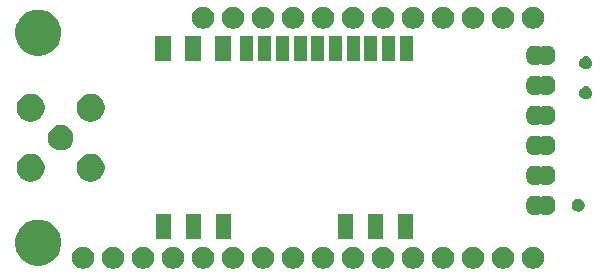
<source format=gbr>
G04 #@! TF.GenerationSoftware,KiCad,Pcbnew,(5.1.0-0)*
G04 #@! TF.CreationDate,2019-05-27T18:32:18+02:00*
G04 #@! TF.ProjectId,huzzah-cc112x-shield,68757a7a-6168-42d6-9363-313132782d73,1*
G04 #@! TF.SameCoordinates,Original*
G04 #@! TF.FileFunction,Soldermask,Top*
G04 #@! TF.FilePolarity,Negative*
%FSLAX46Y46*%
G04 Gerber Fmt 4.6, Leading zero omitted, Abs format (unit mm)*
G04 Created by KiCad (PCBNEW (5.1.0-0)) date 2019-05-27 18:32:18*
%MOMM*%
%LPD*%
G04 APERTURE LIST*
%ADD10C,0.100000*%
G04 APERTURE END LIST*
D10*
G36*
X58059187Y-34021123D02*
G01*
X58230255Y-34091982D01*
X58230257Y-34091983D01*
X58307758Y-34143768D01*
X58384214Y-34194854D01*
X58515146Y-34325786D01*
X58618018Y-34479745D01*
X58688877Y-34650813D01*
X58725000Y-34832417D01*
X58725000Y-35017583D01*
X58688877Y-35199187D01*
X58618018Y-35370255D01*
X58618017Y-35370257D01*
X58515145Y-35524215D01*
X58384215Y-35655145D01*
X58230257Y-35758017D01*
X58230256Y-35758018D01*
X58230255Y-35758018D01*
X58059187Y-35828877D01*
X57877583Y-35865000D01*
X57692417Y-35865000D01*
X57510813Y-35828877D01*
X57339745Y-35758018D01*
X57339744Y-35758018D01*
X57339743Y-35758017D01*
X57185785Y-35655145D01*
X57054855Y-35524215D01*
X56951983Y-35370257D01*
X56951982Y-35370255D01*
X56881123Y-35199187D01*
X56845000Y-35017583D01*
X56845000Y-34832417D01*
X56881123Y-34650813D01*
X56951982Y-34479745D01*
X57054854Y-34325786D01*
X57185786Y-34194854D01*
X57262242Y-34143768D01*
X57339743Y-34091983D01*
X57339745Y-34091982D01*
X57510813Y-34021123D01*
X57692417Y-33985000D01*
X57877583Y-33985000D01*
X58059187Y-34021123D01*
X58059187Y-34021123D01*
G37*
G36*
X55519187Y-34021123D02*
G01*
X55690255Y-34091982D01*
X55690257Y-34091983D01*
X55767758Y-34143768D01*
X55844214Y-34194854D01*
X55975146Y-34325786D01*
X56078018Y-34479745D01*
X56148877Y-34650813D01*
X56185000Y-34832417D01*
X56185000Y-35017583D01*
X56148877Y-35199187D01*
X56078018Y-35370255D01*
X56078017Y-35370257D01*
X55975145Y-35524215D01*
X55844215Y-35655145D01*
X55690257Y-35758017D01*
X55690256Y-35758018D01*
X55690255Y-35758018D01*
X55519187Y-35828877D01*
X55337583Y-35865000D01*
X55152417Y-35865000D01*
X54970813Y-35828877D01*
X54799745Y-35758018D01*
X54799744Y-35758018D01*
X54799743Y-35758017D01*
X54645785Y-35655145D01*
X54514855Y-35524215D01*
X54411983Y-35370257D01*
X54411982Y-35370255D01*
X54341123Y-35199187D01*
X54305000Y-35017583D01*
X54305000Y-34832417D01*
X54341123Y-34650813D01*
X54411982Y-34479745D01*
X54514854Y-34325786D01*
X54645786Y-34194854D01*
X54722242Y-34143768D01*
X54799743Y-34091983D01*
X54799745Y-34091982D01*
X54970813Y-34021123D01*
X55152417Y-33985000D01*
X55337583Y-33985000D01*
X55519187Y-34021123D01*
X55519187Y-34021123D01*
G37*
G36*
X52979187Y-34021123D02*
G01*
X53150255Y-34091982D01*
X53150257Y-34091983D01*
X53227758Y-34143768D01*
X53304214Y-34194854D01*
X53435146Y-34325786D01*
X53538018Y-34479745D01*
X53608877Y-34650813D01*
X53645000Y-34832417D01*
X53645000Y-35017583D01*
X53608877Y-35199187D01*
X53538018Y-35370255D01*
X53538017Y-35370257D01*
X53435145Y-35524215D01*
X53304215Y-35655145D01*
X53150257Y-35758017D01*
X53150256Y-35758018D01*
X53150255Y-35758018D01*
X52979187Y-35828877D01*
X52797583Y-35865000D01*
X52612417Y-35865000D01*
X52430813Y-35828877D01*
X52259745Y-35758018D01*
X52259744Y-35758018D01*
X52259743Y-35758017D01*
X52105785Y-35655145D01*
X51974855Y-35524215D01*
X51871983Y-35370257D01*
X51871982Y-35370255D01*
X51801123Y-35199187D01*
X51765000Y-35017583D01*
X51765000Y-34832417D01*
X51801123Y-34650813D01*
X51871982Y-34479745D01*
X51974854Y-34325786D01*
X52105786Y-34194854D01*
X52182242Y-34143768D01*
X52259743Y-34091983D01*
X52259745Y-34091982D01*
X52430813Y-34021123D01*
X52612417Y-33985000D01*
X52797583Y-33985000D01*
X52979187Y-34021123D01*
X52979187Y-34021123D01*
G37*
G36*
X50439187Y-34021123D02*
G01*
X50610255Y-34091982D01*
X50610257Y-34091983D01*
X50687758Y-34143768D01*
X50764214Y-34194854D01*
X50895146Y-34325786D01*
X50998018Y-34479745D01*
X51068877Y-34650813D01*
X51105000Y-34832417D01*
X51105000Y-35017583D01*
X51068877Y-35199187D01*
X50998018Y-35370255D01*
X50998017Y-35370257D01*
X50895145Y-35524215D01*
X50764215Y-35655145D01*
X50610257Y-35758017D01*
X50610256Y-35758018D01*
X50610255Y-35758018D01*
X50439187Y-35828877D01*
X50257583Y-35865000D01*
X50072417Y-35865000D01*
X49890813Y-35828877D01*
X49719745Y-35758018D01*
X49719744Y-35758018D01*
X49719743Y-35758017D01*
X49565785Y-35655145D01*
X49434855Y-35524215D01*
X49331983Y-35370257D01*
X49331982Y-35370255D01*
X49261123Y-35199187D01*
X49225000Y-35017583D01*
X49225000Y-34832417D01*
X49261123Y-34650813D01*
X49331982Y-34479745D01*
X49434854Y-34325786D01*
X49565786Y-34194854D01*
X49642242Y-34143768D01*
X49719743Y-34091983D01*
X49719745Y-34091982D01*
X49890813Y-34021123D01*
X50072417Y-33985000D01*
X50257583Y-33985000D01*
X50439187Y-34021123D01*
X50439187Y-34021123D01*
G37*
G36*
X47899187Y-34021123D02*
G01*
X48070255Y-34091982D01*
X48070257Y-34091983D01*
X48147758Y-34143768D01*
X48224214Y-34194854D01*
X48355146Y-34325786D01*
X48458018Y-34479745D01*
X48528877Y-34650813D01*
X48565000Y-34832417D01*
X48565000Y-35017583D01*
X48528877Y-35199187D01*
X48458018Y-35370255D01*
X48458017Y-35370257D01*
X48355145Y-35524215D01*
X48224215Y-35655145D01*
X48070257Y-35758017D01*
X48070256Y-35758018D01*
X48070255Y-35758018D01*
X47899187Y-35828877D01*
X47717583Y-35865000D01*
X47532417Y-35865000D01*
X47350813Y-35828877D01*
X47179745Y-35758018D01*
X47179744Y-35758018D01*
X47179743Y-35758017D01*
X47025785Y-35655145D01*
X46894855Y-35524215D01*
X46791983Y-35370257D01*
X46791982Y-35370255D01*
X46721123Y-35199187D01*
X46685000Y-35017583D01*
X46685000Y-34832417D01*
X46721123Y-34650813D01*
X46791982Y-34479745D01*
X46894854Y-34325786D01*
X47025786Y-34194854D01*
X47102242Y-34143768D01*
X47179743Y-34091983D01*
X47179745Y-34091982D01*
X47350813Y-34021123D01*
X47532417Y-33985000D01*
X47717583Y-33985000D01*
X47899187Y-34021123D01*
X47899187Y-34021123D01*
G37*
G36*
X45359187Y-34021123D02*
G01*
X45530255Y-34091982D01*
X45530257Y-34091983D01*
X45607758Y-34143768D01*
X45684214Y-34194854D01*
X45815146Y-34325786D01*
X45918018Y-34479745D01*
X45988877Y-34650813D01*
X46025000Y-34832417D01*
X46025000Y-35017583D01*
X45988877Y-35199187D01*
X45918018Y-35370255D01*
X45918017Y-35370257D01*
X45815145Y-35524215D01*
X45684215Y-35655145D01*
X45530257Y-35758017D01*
X45530256Y-35758018D01*
X45530255Y-35758018D01*
X45359187Y-35828877D01*
X45177583Y-35865000D01*
X44992417Y-35865000D01*
X44810813Y-35828877D01*
X44639745Y-35758018D01*
X44639744Y-35758018D01*
X44639743Y-35758017D01*
X44485785Y-35655145D01*
X44354855Y-35524215D01*
X44251983Y-35370257D01*
X44251982Y-35370255D01*
X44181123Y-35199187D01*
X44145000Y-35017583D01*
X44145000Y-34832417D01*
X44181123Y-34650813D01*
X44251982Y-34479745D01*
X44354854Y-34325786D01*
X44485786Y-34194854D01*
X44562242Y-34143768D01*
X44639743Y-34091983D01*
X44639745Y-34091982D01*
X44810813Y-34021123D01*
X44992417Y-33985000D01*
X45177583Y-33985000D01*
X45359187Y-34021123D01*
X45359187Y-34021123D01*
G37*
G36*
X42819187Y-34021123D02*
G01*
X42990255Y-34091982D01*
X42990257Y-34091983D01*
X43067758Y-34143768D01*
X43144214Y-34194854D01*
X43275146Y-34325786D01*
X43378018Y-34479745D01*
X43448877Y-34650813D01*
X43485000Y-34832417D01*
X43485000Y-35017583D01*
X43448877Y-35199187D01*
X43378018Y-35370255D01*
X43378017Y-35370257D01*
X43275145Y-35524215D01*
X43144215Y-35655145D01*
X42990257Y-35758017D01*
X42990256Y-35758018D01*
X42990255Y-35758018D01*
X42819187Y-35828877D01*
X42637583Y-35865000D01*
X42452417Y-35865000D01*
X42270813Y-35828877D01*
X42099745Y-35758018D01*
X42099744Y-35758018D01*
X42099743Y-35758017D01*
X41945785Y-35655145D01*
X41814855Y-35524215D01*
X41711983Y-35370257D01*
X41711982Y-35370255D01*
X41641123Y-35199187D01*
X41605000Y-35017583D01*
X41605000Y-34832417D01*
X41641123Y-34650813D01*
X41711982Y-34479745D01*
X41814854Y-34325786D01*
X41945786Y-34194854D01*
X42022242Y-34143768D01*
X42099743Y-34091983D01*
X42099745Y-34091982D01*
X42270813Y-34021123D01*
X42452417Y-33985000D01*
X42637583Y-33985000D01*
X42819187Y-34021123D01*
X42819187Y-34021123D01*
G37*
G36*
X40279187Y-34021123D02*
G01*
X40450255Y-34091982D01*
X40450257Y-34091983D01*
X40527758Y-34143768D01*
X40604214Y-34194854D01*
X40735146Y-34325786D01*
X40838018Y-34479745D01*
X40908877Y-34650813D01*
X40945000Y-34832417D01*
X40945000Y-35017583D01*
X40908877Y-35199187D01*
X40838018Y-35370255D01*
X40838017Y-35370257D01*
X40735145Y-35524215D01*
X40604215Y-35655145D01*
X40450257Y-35758017D01*
X40450256Y-35758018D01*
X40450255Y-35758018D01*
X40279187Y-35828877D01*
X40097583Y-35865000D01*
X39912417Y-35865000D01*
X39730813Y-35828877D01*
X39559745Y-35758018D01*
X39559744Y-35758018D01*
X39559743Y-35758017D01*
X39405785Y-35655145D01*
X39274855Y-35524215D01*
X39171983Y-35370257D01*
X39171982Y-35370255D01*
X39101123Y-35199187D01*
X39065000Y-35017583D01*
X39065000Y-34832417D01*
X39101123Y-34650813D01*
X39171982Y-34479745D01*
X39274854Y-34325786D01*
X39405786Y-34194854D01*
X39482242Y-34143768D01*
X39559743Y-34091983D01*
X39559745Y-34091982D01*
X39730813Y-34021123D01*
X39912417Y-33985000D01*
X40097583Y-33985000D01*
X40279187Y-34021123D01*
X40279187Y-34021123D01*
G37*
G36*
X37739187Y-34021123D02*
G01*
X37910255Y-34091982D01*
X37910257Y-34091983D01*
X37987758Y-34143768D01*
X38064214Y-34194854D01*
X38195146Y-34325786D01*
X38298018Y-34479745D01*
X38368877Y-34650813D01*
X38405000Y-34832417D01*
X38405000Y-35017583D01*
X38368877Y-35199187D01*
X38298018Y-35370255D01*
X38298017Y-35370257D01*
X38195145Y-35524215D01*
X38064215Y-35655145D01*
X37910257Y-35758017D01*
X37910256Y-35758018D01*
X37910255Y-35758018D01*
X37739187Y-35828877D01*
X37557583Y-35865000D01*
X37372417Y-35865000D01*
X37190813Y-35828877D01*
X37019745Y-35758018D01*
X37019744Y-35758018D01*
X37019743Y-35758017D01*
X36865785Y-35655145D01*
X36734855Y-35524215D01*
X36631983Y-35370257D01*
X36631982Y-35370255D01*
X36561123Y-35199187D01*
X36525000Y-35017583D01*
X36525000Y-34832417D01*
X36561123Y-34650813D01*
X36631982Y-34479745D01*
X36734854Y-34325786D01*
X36865786Y-34194854D01*
X36942242Y-34143768D01*
X37019743Y-34091983D01*
X37019745Y-34091982D01*
X37190813Y-34021123D01*
X37372417Y-33985000D01*
X37557583Y-33985000D01*
X37739187Y-34021123D01*
X37739187Y-34021123D01*
G37*
G36*
X35199187Y-34021123D02*
G01*
X35370255Y-34091982D01*
X35370257Y-34091983D01*
X35447758Y-34143768D01*
X35524214Y-34194854D01*
X35655146Y-34325786D01*
X35758018Y-34479745D01*
X35828877Y-34650813D01*
X35865000Y-34832417D01*
X35865000Y-35017583D01*
X35828877Y-35199187D01*
X35758018Y-35370255D01*
X35758017Y-35370257D01*
X35655145Y-35524215D01*
X35524215Y-35655145D01*
X35370257Y-35758017D01*
X35370256Y-35758018D01*
X35370255Y-35758018D01*
X35199187Y-35828877D01*
X35017583Y-35865000D01*
X34832417Y-35865000D01*
X34650813Y-35828877D01*
X34479745Y-35758018D01*
X34479744Y-35758018D01*
X34479743Y-35758017D01*
X34325785Y-35655145D01*
X34194855Y-35524215D01*
X34091983Y-35370257D01*
X34091982Y-35370255D01*
X34021123Y-35199187D01*
X33985000Y-35017583D01*
X33985000Y-34832417D01*
X34021123Y-34650813D01*
X34091982Y-34479745D01*
X34194854Y-34325786D01*
X34325786Y-34194854D01*
X34402242Y-34143768D01*
X34479743Y-34091983D01*
X34479745Y-34091982D01*
X34650813Y-34021123D01*
X34832417Y-33985000D01*
X35017583Y-33985000D01*
X35199187Y-34021123D01*
X35199187Y-34021123D01*
G37*
G36*
X32659187Y-34021123D02*
G01*
X32830255Y-34091982D01*
X32830257Y-34091983D01*
X32907758Y-34143768D01*
X32984214Y-34194854D01*
X33115146Y-34325786D01*
X33218018Y-34479745D01*
X33288877Y-34650813D01*
X33325000Y-34832417D01*
X33325000Y-35017583D01*
X33288877Y-35199187D01*
X33218018Y-35370255D01*
X33218017Y-35370257D01*
X33115145Y-35524215D01*
X32984215Y-35655145D01*
X32830257Y-35758017D01*
X32830256Y-35758018D01*
X32830255Y-35758018D01*
X32659187Y-35828877D01*
X32477583Y-35865000D01*
X32292417Y-35865000D01*
X32110813Y-35828877D01*
X31939745Y-35758018D01*
X31939744Y-35758018D01*
X31939743Y-35758017D01*
X31785785Y-35655145D01*
X31654855Y-35524215D01*
X31551983Y-35370257D01*
X31551982Y-35370255D01*
X31481123Y-35199187D01*
X31445000Y-35017583D01*
X31445000Y-34832417D01*
X31481123Y-34650813D01*
X31551982Y-34479745D01*
X31654854Y-34325786D01*
X31785786Y-34194854D01*
X31862242Y-34143768D01*
X31939743Y-34091983D01*
X31939745Y-34091982D01*
X32110813Y-34021123D01*
X32292417Y-33985000D01*
X32477583Y-33985000D01*
X32659187Y-34021123D01*
X32659187Y-34021123D01*
G37*
G36*
X30119187Y-34021123D02*
G01*
X30290255Y-34091982D01*
X30290257Y-34091983D01*
X30367758Y-34143768D01*
X30444214Y-34194854D01*
X30575146Y-34325786D01*
X30678018Y-34479745D01*
X30748877Y-34650813D01*
X30785000Y-34832417D01*
X30785000Y-35017583D01*
X30748877Y-35199187D01*
X30678018Y-35370255D01*
X30678017Y-35370257D01*
X30575145Y-35524215D01*
X30444215Y-35655145D01*
X30290257Y-35758017D01*
X30290256Y-35758018D01*
X30290255Y-35758018D01*
X30119187Y-35828877D01*
X29937583Y-35865000D01*
X29752417Y-35865000D01*
X29570813Y-35828877D01*
X29399745Y-35758018D01*
X29399744Y-35758018D01*
X29399743Y-35758017D01*
X29245785Y-35655145D01*
X29114855Y-35524215D01*
X29011983Y-35370257D01*
X29011982Y-35370255D01*
X28941123Y-35199187D01*
X28905000Y-35017583D01*
X28905000Y-34832417D01*
X28941123Y-34650813D01*
X29011982Y-34479745D01*
X29114854Y-34325786D01*
X29245786Y-34194854D01*
X29322242Y-34143768D01*
X29399743Y-34091983D01*
X29399745Y-34091982D01*
X29570813Y-34021123D01*
X29752417Y-33985000D01*
X29937583Y-33985000D01*
X30119187Y-34021123D01*
X30119187Y-34021123D01*
G37*
G36*
X27579187Y-34021123D02*
G01*
X27750255Y-34091982D01*
X27750257Y-34091983D01*
X27827758Y-34143768D01*
X27904214Y-34194854D01*
X28035146Y-34325786D01*
X28138018Y-34479745D01*
X28208877Y-34650813D01*
X28245000Y-34832417D01*
X28245000Y-35017583D01*
X28208877Y-35199187D01*
X28138018Y-35370255D01*
X28138017Y-35370257D01*
X28035145Y-35524215D01*
X27904215Y-35655145D01*
X27750257Y-35758017D01*
X27750256Y-35758018D01*
X27750255Y-35758018D01*
X27579187Y-35828877D01*
X27397583Y-35865000D01*
X27212417Y-35865000D01*
X27030813Y-35828877D01*
X26859745Y-35758018D01*
X26859744Y-35758018D01*
X26859743Y-35758017D01*
X26705785Y-35655145D01*
X26574855Y-35524215D01*
X26471983Y-35370257D01*
X26471982Y-35370255D01*
X26401123Y-35199187D01*
X26365000Y-35017583D01*
X26365000Y-34832417D01*
X26401123Y-34650813D01*
X26471982Y-34479745D01*
X26574854Y-34325786D01*
X26705786Y-34194854D01*
X26782242Y-34143768D01*
X26859743Y-34091983D01*
X26859745Y-34091982D01*
X27030813Y-34021123D01*
X27212417Y-33985000D01*
X27397583Y-33985000D01*
X27579187Y-34021123D01*
X27579187Y-34021123D01*
G37*
G36*
X25039187Y-34021123D02*
G01*
X25210255Y-34091982D01*
X25210257Y-34091983D01*
X25287758Y-34143768D01*
X25364214Y-34194854D01*
X25495146Y-34325786D01*
X25598018Y-34479745D01*
X25668877Y-34650813D01*
X25705000Y-34832417D01*
X25705000Y-35017583D01*
X25668877Y-35199187D01*
X25598018Y-35370255D01*
X25598017Y-35370257D01*
X25495145Y-35524215D01*
X25364215Y-35655145D01*
X25210257Y-35758017D01*
X25210256Y-35758018D01*
X25210255Y-35758018D01*
X25039187Y-35828877D01*
X24857583Y-35865000D01*
X24672417Y-35865000D01*
X24490813Y-35828877D01*
X24319745Y-35758018D01*
X24319744Y-35758018D01*
X24319743Y-35758017D01*
X24165785Y-35655145D01*
X24034855Y-35524215D01*
X23931983Y-35370257D01*
X23931982Y-35370255D01*
X23861123Y-35199187D01*
X23825000Y-35017583D01*
X23825000Y-34832417D01*
X23861123Y-34650813D01*
X23931982Y-34479745D01*
X24034854Y-34325786D01*
X24165786Y-34194854D01*
X24242242Y-34143768D01*
X24319743Y-34091983D01*
X24319745Y-34091982D01*
X24490813Y-34021123D01*
X24672417Y-33985000D01*
X24857583Y-33985000D01*
X25039187Y-34021123D01*
X25039187Y-34021123D01*
G37*
G36*
X22499187Y-34021123D02*
G01*
X22670255Y-34091982D01*
X22670257Y-34091983D01*
X22747758Y-34143768D01*
X22824214Y-34194854D01*
X22955146Y-34325786D01*
X23058018Y-34479745D01*
X23128877Y-34650813D01*
X23165000Y-34832417D01*
X23165000Y-35017583D01*
X23128877Y-35199187D01*
X23058018Y-35370255D01*
X23058017Y-35370257D01*
X22955145Y-35524215D01*
X22824215Y-35655145D01*
X22670257Y-35758017D01*
X22670256Y-35758018D01*
X22670255Y-35758018D01*
X22499187Y-35828877D01*
X22317583Y-35865000D01*
X22132417Y-35865000D01*
X21950813Y-35828877D01*
X21779745Y-35758018D01*
X21779744Y-35758018D01*
X21779743Y-35758017D01*
X21625785Y-35655145D01*
X21494855Y-35524215D01*
X21391983Y-35370257D01*
X21391982Y-35370255D01*
X21321123Y-35199187D01*
X21285000Y-35017583D01*
X21285000Y-34832417D01*
X21321123Y-34650813D01*
X21391982Y-34479745D01*
X21494854Y-34325786D01*
X21625786Y-34194854D01*
X21702242Y-34143768D01*
X21779743Y-34091983D01*
X21779745Y-34091982D01*
X21950813Y-34021123D01*
X22132417Y-33985000D01*
X22317583Y-33985000D01*
X22499187Y-34021123D01*
X22499187Y-34021123D01*
G37*
G36*
X19959187Y-34021123D02*
G01*
X20130255Y-34091982D01*
X20130257Y-34091983D01*
X20207758Y-34143768D01*
X20284214Y-34194854D01*
X20415146Y-34325786D01*
X20518018Y-34479745D01*
X20588877Y-34650813D01*
X20625000Y-34832417D01*
X20625000Y-35017583D01*
X20588877Y-35199187D01*
X20518018Y-35370255D01*
X20518017Y-35370257D01*
X20415145Y-35524215D01*
X20284215Y-35655145D01*
X20130257Y-35758017D01*
X20130256Y-35758018D01*
X20130255Y-35758018D01*
X19959187Y-35828877D01*
X19777583Y-35865000D01*
X19592417Y-35865000D01*
X19410813Y-35828877D01*
X19239745Y-35758018D01*
X19239744Y-35758018D01*
X19239743Y-35758017D01*
X19085785Y-35655145D01*
X18954855Y-35524215D01*
X18851983Y-35370257D01*
X18851982Y-35370255D01*
X18781123Y-35199187D01*
X18745000Y-35017583D01*
X18745000Y-34832417D01*
X18781123Y-34650813D01*
X18851982Y-34479745D01*
X18954854Y-34325786D01*
X19085786Y-34194854D01*
X19162242Y-34143768D01*
X19239743Y-34091983D01*
X19239745Y-34091982D01*
X19410813Y-34021123D01*
X19592417Y-33985000D01*
X19777583Y-33985000D01*
X19959187Y-34021123D01*
X19959187Y-34021123D01*
G37*
G36*
X16319579Y-31749112D02*
G01*
X16445544Y-31774168D01*
X16592991Y-31835243D01*
X16801512Y-31921615D01*
X16801513Y-31921616D01*
X17121877Y-32135676D01*
X17394324Y-32408123D01*
X17537355Y-32622184D01*
X17608385Y-32728488D01*
X17694757Y-32937009D01*
X17755832Y-33084456D01*
X17831000Y-33462351D01*
X17831000Y-33847649D01*
X17755832Y-34225544D01*
X17714310Y-34325786D01*
X17608385Y-34581512D01*
X17608384Y-34581513D01*
X17394324Y-34901877D01*
X17121877Y-35174324D01*
X17084665Y-35199188D01*
X16801512Y-35388385D01*
X16592991Y-35474757D01*
X16445544Y-35535832D01*
X16319579Y-35560888D01*
X16067651Y-35611000D01*
X15682349Y-35611000D01*
X15430421Y-35560888D01*
X15304456Y-35535832D01*
X15157009Y-35474757D01*
X14948488Y-35388385D01*
X14665335Y-35199188D01*
X14628123Y-35174324D01*
X14355676Y-34901877D01*
X14141616Y-34581513D01*
X14141615Y-34581512D01*
X14035690Y-34325786D01*
X13994168Y-34225544D01*
X13919000Y-33847649D01*
X13919000Y-33462351D01*
X13994168Y-33084456D01*
X14055243Y-32937009D01*
X14141615Y-32728488D01*
X14212645Y-32622184D01*
X14355676Y-32408123D01*
X14628123Y-32135676D01*
X14948487Y-31921616D01*
X14948488Y-31921615D01*
X15157009Y-31835243D01*
X15304456Y-31774168D01*
X15430421Y-31749112D01*
X15682349Y-31699000D01*
X16067651Y-31699000D01*
X16319579Y-31749112D01*
X16319579Y-31749112D01*
G37*
G36*
X42551000Y-33301000D02*
G01*
X41249000Y-33301000D01*
X41249000Y-31199000D01*
X42551000Y-31199000D01*
X42551000Y-33301000D01*
X42551000Y-33301000D01*
G37*
G36*
X45091000Y-33301000D02*
G01*
X43789000Y-33301000D01*
X43789000Y-31199000D01*
X45091000Y-31199000D01*
X45091000Y-33301000D01*
X45091000Y-33301000D01*
G37*
G36*
X47631000Y-33301000D02*
G01*
X46329000Y-33301000D01*
X46329000Y-31199000D01*
X47631000Y-31199000D01*
X47631000Y-33301000D01*
X47631000Y-33301000D01*
G37*
G36*
X32211000Y-33301000D02*
G01*
X30909000Y-33301000D01*
X30909000Y-31199000D01*
X32211000Y-31199000D01*
X32211000Y-33301000D01*
X32211000Y-33301000D01*
G37*
G36*
X29671000Y-33301000D02*
G01*
X28369000Y-33301000D01*
X28369000Y-31199000D01*
X29671000Y-31199000D01*
X29671000Y-33301000D01*
X29671000Y-33301000D01*
G37*
G36*
X27131000Y-33301000D02*
G01*
X25829000Y-33301000D01*
X25829000Y-31199000D01*
X27131000Y-31199000D01*
X27131000Y-33301000D01*
X27131000Y-33301000D01*
G37*
G36*
X58279999Y-29679737D02*
G01*
X58289608Y-29682652D01*
X58298472Y-29687390D01*
X58306237Y-29693763D01*
X58316448Y-29706206D01*
X58323378Y-29716575D01*
X58340705Y-29733902D01*
X58361080Y-29747515D01*
X58383720Y-29756891D01*
X58407753Y-29761671D01*
X58432257Y-29761670D01*
X58456290Y-29756888D01*
X58478929Y-29747510D01*
X58499302Y-29733895D01*
X58516629Y-29716568D01*
X58523558Y-29706198D01*
X58533763Y-29693763D01*
X58541528Y-29687390D01*
X58550392Y-29682652D01*
X58560001Y-29679737D01*
X58576140Y-29678148D01*
X59063861Y-29678148D01*
X59082199Y-29679954D01*
X59094450Y-29680556D01*
X59112869Y-29680556D01*
X59135149Y-29682750D01*
X59219233Y-29699476D01*
X59240660Y-29705976D01*
X59319858Y-29738780D01*
X59325303Y-29741691D01*
X59325309Y-29741693D01*
X59334169Y-29746429D01*
X59334173Y-29746432D01*
X59339614Y-29749340D01*
X59410899Y-29796971D01*
X59428204Y-29811172D01*
X59488828Y-29871796D01*
X59503029Y-29889101D01*
X59550660Y-29960386D01*
X59553568Y-29965827D01*
X59553571Y-29965831D01*
X59558307Y-29974691D01*
X59558309Y-29974697D01*
X59561220Y-29980142D01*
X59594024Y-30059340D01*
X59600524Y-30080767D01*
X59617250Y-30164851D01*
X59619444Y-30187131D01*
X59619444Y-30205550D01*
X59620046Y-30217801D01*
X59621852Y-30236139D01*
X59621852Y-30723862D01*
X59620046Y-30742199D01*
X59619444Y-30754450D01*
X59619444Y-30772869D01*
X59617250Y-30795149D01*
X59600524Y-30879233D01*
X59594024Y-30900660D01*
X59561220Y-30979858D01*
X59558309Y-30985303D01*
X59558307Y-30985309D01*
X59553571Y-30994169D01*
X59553568Y-30994173D01*
X59550660Y-30999614D01*
X59503029Y-31070899D01*
X59488828Y-31088204D01*
X59428204Y-31148828D01*
X59410899Y-31163029D01*
X59339614Y-31210660D01*
X59334173Y-31213568D01*
X59334169Y-31213571D01*
X59325309Y-31218307D01*
X59325303Y-31218309D01*
X59319858Y-31221220D01*
X59240660Y-31254024D01*
X59219233Y-31260524D01*
X59135149Y-31277250D01*
X59112869Y-31279444D01*
X59094450Y-31279444D01*
X59082199Y-31280046D01*
X59063862Y-31281852D01*
X58576140Y-31281852D01*
X58560001Y-31280263D01*
X58550392Y-31277348D01*
X58541528Y-31272610D01*
X58533763Y-31266237D01*
X58523552Y-31253794D01*
X58516622Y-31243425D01*
X58499295Y-31226098D01*
X58478920Y-31212485D01*
X58456280Y-31203109D01*
X58432247Y-31198329D01*
X58407743Y-31198330D01*
X58383710Y-31203112D01*
X58361071Y-31212490D01*
X58340698Y-31226105D01*
X58323371Y-31243432D01*
X58316442Y-31253802D01*
X58306237Y-31266237D01*
X58298472Y-31272610D01*
X58289608Y-31277348D01*
X58279999Y-31280263D01*
X58263860Y-31281852D01*
X57776138Y-31281852D01*
X57757801Y-31280046D01*
X57745550Y-31279444D01*
X57727131Y-31279444D01*
X57704851Y-31277250D01*
X57620767Y-31260524D01*
X57599340Y-31254024D01*
X57520142Y-31221220D01*
X57514697Y-31218309D01*
X57514691Y-31218307D01*
X57505831Y-31213571D01*
X57505827Y-31213568D01*
X57500386Y-31210660D01*
X57429101Y-31163029D01*
X57411796Y-31148828D01*
X57351172Y-31088204D01*
X57336971Y-31070899D01*
X57289340Y-30999614D01*
X57286432Y-30994173D01*
X57286429Y-30994169D01*
X57281693Y-30985309D01*
X57281691Y-30985303D01*
X57278780Y-30979858D01*
X57245976Y-30900660D01*
X57239476Y-30879233D01*
X57222750Y-30795149D01*
X57220556Y-30772869D01*
X57220556Y-30754450D01*
X57219954Y-30742199D01*
X57218148Y-30723862D01*
X57218148Y-30236139D01*
X57219954Y-30217801D01*
X57220556Y-30205550D01*
X57220556Y-30187131D01*
X57222750Y-30164851D01*
X57239476Y-30080767D01*
X57245976Y-30059340D01*
X57278780Y-29980142D01*
X57281691Y-29974697D01*
X57281693Y-29974691D01*
X57286429Y-29965831D01*
X57286432Y-29965827D01*
X57289340Y-29960386D01*
X57336971Y-29889101D01*
X57351172Y-29871796D01*
X57411796Y-29811172D01*
X57429101Y-29796971D01*
X57500386Y-29749340D01*
X57505827Y-29746432D01*
X57505831Y-29746429D01*
X57514691Y-29741693D01*
X57514697Y-29741691D01*
X57520142Y-29738780D01*
X57599340Y-29705976D01*
X57620767Y-29699476D01*
X57704851Y-29682750D01*
X57727131Y-29680556D01*
X57745550Y-29680556D01*
X57757801Y-29679954D01*
X57776139Y-29678148D01*
X58263860Y-29678148D01*
X58279999Y-29679737D01*
X58279999Y-29679737D01*
G37*
G36*
X61755721Y-29950174D02*
G01*
X61855995Y-29991709D01*
X61855996Y-29991710D01*
X61946242Y-30052010D01*
X62022990Y-30128758D01*
X62022991Y-30128760D01*
X62083291Y-30219005D01*
X62124826Y-30319279D01*
X62146000Y-30425730D01*
X62146000Y-30534270D01*
X62124826Y-30640721D01*
X62083291Y-30740995D01*
X62061993Y-30772869D01*
X62022990Y-30831242D01*
X61946242Y-30907990D01*
X61900812Y-30938345D01*
X61855995Y-30968291D01*
X61755721Y-31009826D01*
X61649270Y-31031000D01*
X61540730Y-31031000D01*
X61434279Y-31009826D01*
X61334005Y-30968291D01*
X61289188Y-30938345D01*
X61243758Y-30907990D01*
X61167010Y-30831242D01*
X61128007Y-30772869D01*
X61106709Y-30740995D01*
X61065174Y-30640721D01*
X61044000Y-30534270D01*
X61044000Y-30425730D01*
X61065174Y-30319279D01*
X61106709Y-30219005D01*
X61167009Y-30128760D01*
X61167010Y-30128758D01*
X61243758Y-30052010D01*
X61334004Y-29991710D01*
X61334005Y-29991709D01*
X61434279Y-29950174D01*
X61540730Y-29929000D01*
X61649270Y-29929000D01*
X61755721Y-29950174D01*
X61755721Y-29950174D01*
G37*
G36*
X58279999Y-27139737D02*
G01*
X58289608Y-27142652D01*
X58298472Y-27147390D01*
X58306237Y-27153763D01*
X58316448Y-27166206D01*
X58323378Y-27176575D01*
X58340705Y-27193902D01*
X58361080Y-27207515D01*
X58383720Y-27216891D01*
X58407753Y-27221671D01*
X58432257Y-27221670D01*
X58456290Y-27216888D01*
X58478929Y-27207510D01*
X58499302Y-27193895D01*
X58516629Y-27176568D01*
X58523558Y-27166198D01*
X58533763Y-27153763D01*
X58541528Y-27147390D01*
X58550392Y-27142652D01*
X58560001Y-27139737D01*
X58576140Y-27138148D01*
X59063861Y-27138148D01*
X59082199Y-27139954D01*
X59094450Y-27140556D01*
X59112869Y-27140556D01*
X59135149Y-27142750D01*
X59219233Y-27159476D01*
X59240660Y-27165976D01*
X59319858Y-27198780D01*
X59325303Y-27201691D01*
X59325309Y-27201693D01*
X59334169Y-27206429D01*
X59334173Y-27206432D01*
X59339614Y-27209340D01*
X59410899Y-27256971D01*
X59428204Y-27271172D01*
X59488828Y-27331796D01*
X59503029Y-27349101D01*
X59550660Y-27420386D01*
X59553568Y-27425827D01*
X59553571Y-27425831D01*
X59558307Y-27434691D01*
X59558309Y-27434697D01*
X59561220Y-27440142D01*
X59594024Y-27519340D01*
X59600524Y-27540767D01*
X59617250Y-27624851D01*
X59619444Y-27647131D01*
X59619444Y-27665550D01*
X59620046Y-27677801D01*
X59621852Y-27696139D01*
X59621852Y-28183862D01*
X59620046Y-28202199D01*
X59619444Y-28214450D01*
X59619444Y-28232869D01*
X59617250Y-28255149D01*
X59600524Y-28339233D01*
X59594024Y-28360660D01*
X59561220Y-28439858D01*
X59558309Y-28445303D01*
X59558307Y-28445309D01*
X59553571Y-28454169D01*
X59553568Y-28454173D01*
X59550660Y-28459614D01*
X59503029Y-28530899D01*
X59488828Y-28548204D01*
X59428204Y-28608828D01*
X59410899Y-28623029D01*
X59339614Y-28670660D01*
X59334173Y-28673568D01*
X59334169Y-28673571D01*
X59325309Y-28678307D01*
X59325303Y-28678309D01*
X59319858Y-28681220D01*
X59240660Y-28714024D01*
X59219233Y-28720524D01*
X59135149Y-28737250D01*
X59112869Y-28739444D01*
X59094450Y-28739444D01*
X59082199Y-28740046D01*
X59063862Y-28741852D01*
X58576140Y-28741852D01*
X58560001Y-28740263D01*
X58550392Y-28737348D01*
X58541528Y-28732610D01*
X58533763Y-28726237D01*
X58523552Y-28713794D01*
X58516622Y-28703425D01*
X58499295Y-28686098D01*
X58478920Y-28672485D01*
X58456280Y-28663109D01*
X58432247Y-28658329D01*
X58407743Y-28658330D01*
X58383710Y-28663112D01*
X58361071Y-28672490D01*
X58340698Y-28686105D01*
X58323371Y-28703432D01*
X58316442Y-28713802D01*
X58306237Y-28726237D01*
X58298472Y-28732610D01*
X58289608Y-28737348D01*
X58279999Y-28740263D01*
X58263860Y-28741852D01*
X57776138Y-28741852D01*
X57757801Y-28740046D01*
X57745550Y-28739444D01*
X57727131Y-28739444D01*
X57704851Y-28737250D01*
X57620767Y-28720524D01*
X57599340Y-28714024D01*
X57520142Y-28681220D01*
X57514697Y-28678309D01*
X57514691Y-28678307D01*
X57505831Y-28673571D01*
X57505827Y-28673568D01*
X57500386Y-28670660D01*
X57429101Y-28623029D01*
X57411796Y-28608828D01*
X57351172Y-28548204D01*
X57336971Y-28530899D01*
X57289340Y-28459614D01*
X57286432Y-28454173D01*
X57286429Y-28454169D01*
X57281693Y-28445309D01*
X57281691Y-28445303D01*
X57278780Y-28439858D01*
X57245976Y-28360660D01*
X57239476Y-28339233D01*
X57222750Y-28255149D01*
X57220556Y-28232869D01*
X57220556Y-28214450D01*
X57219954Y-28202199D01*
X57218148Y-28183862D01*
X57218148Y-27696139D01*
X57219954Y-27677801D01*
X57220556Y-27665550D01*
X57220556Y-27647131D01*
X57222750Y-27624851D01*
X57239476Y-27540767D01*
X57245976Y-27519340D01*
X57278780Y-27440142D01*
X57281691Y-27434697D01*
X57281693Y-27434691D01*
X57286429Y-27425831D01*
X57286432Y-27425827D01*
X57289340Y-27420386D01*
X57336971Y-27349101D01*
X57351172Y-27331796D01*
X57411796Y-27271172D01*
X57429101Y-27256971D01*
X57500386Y-27209340D01*
X57505827Y-27206432D01*
X57505831Y-27206429D01*
X57514691Y-27201693D01*
X57514697Y-27201691D01*
X57520142Y-27198780D01*
X57599340Y-27165976D01*
X57620767Y-27159476D01*
X57704851Y-27142750D01*
X57727131Y-27140556D01*
X57745550Y-27140556D01*
X57757801Y-27139954D01*
X57776139Y-27138148D01*
X58263860Y-27138148D01*
X58279999Y-27139737D01*
X58279999Y-27139737D01*
G37*
G36*
X20482616Y-26138307D02*
G01*
X20663027Y-26174193D01*
X20877045Y-26262842D01*
X20877046Y-26262843D01*
X21069654Y-26391539D01*
X21233461Y-26555346D01*
X21319258Y-26683751D01*
X21362158Y-26747955D01*
X21450807Y-26961973D01*
X21450807Y-26961975D01*
X21496000Y-27189173D01*
X21496000Y-27420827D01*
X21493242Y-27434691D01*
X21450807Y-27648027D01*
X21362158Y-27862045D01*
X21362157Y-27862046D01*
X21233461Y-28054654D01*
X21069654Y-28218461D01*
X21023938Y-28249007D01*
X20877045Y-28347158D01*
X20663027Y-28435807D01*
X20511560Y-28465936D01*
X20435827Y-28481000D01*
X20204173Y-28481000D01*
X20128440Y-28465936D01*
X19976973Y-28435807D01*
X19762955Y-28347158D01*
X19616062Y-28249007D01*
X19570346Y-28218461D01*
X19406539Y-28054654D01*
X19277843Y-27862046D01*
X19277842Y-27862045D01*
X19189193Y-27648027D01*
X19146758Y-27434691D01*
X19144000Y-27420827D01*
X19144000Y-27189173D01*
X19189193Y-26961975D01*
X19189193Y-26961973D01*
X19277842Y-26747955D01*
X19320742Y-26683751D01*
X19406539Y-26555346D01*
X19570346Y-26391539D01*
X19762954Y-26262843D01*
X19762955Y-26262842D01*
X19976973Y-26174193D01*
X20157384Y-26138307D01*
X20204173Y-26129000D01*
X20435827Y-26129000D01*
X20482616Y-26138307D01*
X20482616Y-26138307D01*
G37*
G36*
X15402616Y-26138307D02*
G01*
X15583027Y-26174193D01*
X15797045Y-26262842D01*
X15797046Y-26262843D01*
X15989654Y-26391539D01*
X16153461Y-26555346D01*
X16239258Y-26683751D01*
X16282158Y-26747955D01*
X16370807Y-26961973D01*
X16370807Y-26961975D01*
X16416000Y-27189173D01*
X16416000Y-27420827D01*
X16413242Y-27434691D01*
X16370807Y-27648027D01*
X16282158Y-27862045D01*
X16282157Y-27862046D01*
X16153461Y-28054654D01*
X15989654Y-28218461D01*
X15943938Y-28249007D01*
X15797045Y-28347158D01*
X15583027Y-28435807D01*
X15431560Y-28465936D01*
X15355827Y-28481000D01*
X15124173Y-28481000D01*
X15048440Y-28465936D01*
X14896973Y-28435807D01*
X14682955Y-28347158D01*
X14536062Y-28249007D01*
X14490346Y-28218461D01*
X14326539Y-28054654D01*
X14197843Y-27862046D01*
X14197842Y-27862045D01*
X14109193Y-27648027D01*
X14066758Y-27434691D01*
X14064000Y-27420827D01*
X14064000Y-27189173D01*
X14109193Y-26961975D01*
X14109193Y-26961973D01*
X14197842Y-26747955D01*
X14240742Y-26683751D01*
X14326539Y-26555346D01*
X14490346Y-26391539D01*
X14682954Y-26262843D01*
X14682955Y-26262842D01*
X14896973Y-26174193D01*
X15077384Y-26138307D01*
X15124173Y-26129000D01*
X15355827Y-26129000D01*
X15402616Y-26138307D01*
X15402616Y-26138307D01*
G37*
G36*
X58279999Y-24599737D02*
G01*
X58289608Y-24602652D01*
X58298472Y-24607390D01*
X58306237Y-24613763D01*
X58316448Y-24626206D01*
X58323378Y-24636575D01*
X58340705Y-24653902D01*
X58361080Y-24667515D01*
X58383720Y-24676891D01*
X58407753Y-24681671D01*
X58432257Y-24681670D01*
X58456290Y-24676888D01*
X58478929Y-24667510D01*
X58499302Y-24653895D01*
X58516629Y-24636568D01*
X58523558Y-24626198D01*
X58533763Y-24613763D01*
X58541528Y-24607390D01*
X58550392Y-24602652D01*
X58560001Y-24599737D01*
X58576140Y-24598148D01*
X59063861Y-24598148D01*
X59082199Y-24599954D01*
X59094450Y-24600556D01*
X59112869Y-24600556D01*
X59135149Y-24602750D01*
X59219233Y-24619476D01*
X59240660Y-24625976D01*
X59319858Y-24658780D01*
X59325303Y-24661691D01*
X59325309Y-24661693D01*
X59334169Y-24666429D01*
X59334173Y-24666432D01*
X59339614Y-24669340D01*
X59410899Y-24716971D01*
X59428204Y-24731172D01*
X59488828Y-24791796D01*
X59503029Y-24809101D01*
X59550660Y-24880386D01*
X59553568Y-24885827D01*
X59553571Y-24885831D01*
X59558307Y-24894691D01*
X59558309Y-24894697D01*
X59561220Y-24900142D01*
X59594024Y-24979340D01*
X59600524Y-25000767D01*
X59617250Y-25084851D01*
X59619444Y-25107131D01*
X59619444Y-25125550D01*
X59620046Y-25137801D01*
X59621852Y-25156139D01*
X59621852Y-25643862D01*
X59620046Y-25662199D01*
X59619444Y-25674450D01*
X59619444Y-25692869D01*
X59617250Y-25715149D01*
X59600524Y-25799233D01*
X59594024Y-25820660D01*
X59561220Y-25899858D01*
X59558309Y-25905303D01*
X59558307Y-25905309D01*
X59553571Y-25914169D01*
X59553568Y-25914173D01*
X59550660Y-25919614D01*
X59503029Y-25990899D01*
X59488828Y-26008204D01*
X59428204Y-26068828D01*
X59410899Y-26083029D01*
X59339614Y-26130660D01*
X59334173Y-26133568D01*
X59334169Y-26133571D01*
X59325309Y-26138307D01*
X59325303Y-26138309D01*
X59319858Y-26141220D01*
X59240660Y-26174024D01*
X59219233Y-26180524D01*
X59135149Y-26197250D01*
X59112869Y-26199444D01*
X59094450Y-26199444D01*
X59082199Y-26200046D01*
X59063862Y-26201852D01*
X58576140Y-26201852D01*
X58560001Y-26200263D01*
X58550392Y-26197348D01*
X58541528Y-26192610D01*
X58533763Y-26186237D01*
X58523552Y-26173794D01*
X58516622Y-26163425D01*
X58499295Y-26146098D01*
X58478920Y-26132485D01*
X58456280Y-26123109D01*
X58432247Y-26118329D01*
X58407743Y-26118330D01*
X58383710Y-26123112D01*
X58361071Y-26132490D01*
X58340698Y-26146105D01*
X58323371Y-26163432D01*
X58316442Y-26173802D01*
X58306237Y-26186237D01*
X58298472Y-26192610D01*
X58289608Y-26197348D01*
X58279999Y-26200263D01*
X58263860Y-26201852D01*
X57776138Y-26201852D01*
X57757801Y-26200046D01*
X57745550Y-26199444D01*
X57727131Y-26199444D01*
X57704851Y-26197250D01*
X57620767Y-26180524D01*
X57599340Y-26174024D01*
X57520142Y-26141220D01*
X57514697Y-26138309D01*
X57514691Y-26138307D01*
X57505831Y-26133571D01*
X57505827Y-26133568D01*
X57500386Y-26130660D01*
X57429101Y-26083029D01*
X57411796Y-26068828D01*
X57351172Y-26008204D01*
X57336971Y-25990899D01*
X57289340Y-25919614D01*
X57286432Y-25914173D01*
X57286429Y-25914169D01*
X57281693Y-25905309D01*
X57281691Y-25905303D01*
X57278780Y-25899858D01*
X57245976Y-25820660D01*
X57239476Y-25799233D01*
X57222750Y-25715149D01*
X57220556Y-25692869D01*
X57220556Y-25674450D01*
X57219954Y-25662199D01*
X57218148Y-25643862D01*
X57218148Y-25156139D01*
X57219954Y-25137801D01*
X57220556Y-25125550D01*
X57220556Y-25107131D01*
X57222750Y-25084851D01*
X57239476Y-25000767D01*
X57245976Y-24979340D01*
X57278780Y-24900142D01*
X57281691Y-24894697D01*
X57281693Y-24894691D01*
X57286429Y-24885831D01*
X57286432Y-24885827D01*
X57289340Y-24880386D01*
X57336971Y-24809101D01*
X57351172Y-24791796D01*
X57411796Y-24731172D01*
X57429101Y-24716971D01*
X57500386Y-24669340D01*
X57505827Y-24666432D01*
X57505831Y-24666429D01*
X57514691Y-24661693D01*
X57514697Y-24661691D01*
X57520142Y-24658780D01*
X57599340Y-24625976D01*
X57620767Y-24619476D01*
X57704851Y-24602750D01*
X57727131Y-24600556D01*
X57745550Y-24600556D01*
X57757801Y-24599954D01*
X57776139Y-24598148D01*
X58263860Y-24598148D01*
X58279999Y-24599737D01*
X58279999Y-24599737D01*
G37*
G36*
X17955271Y-23702783D02*
G01*
X18093858Y-23730350D01*
X18289677Y-23811461D01*
X18465910Y-23929216D01*
X18615784Y-24079090D01*
X18733539Y-24255323D01*
X18814650Y-24451142D01*
X18814650Y-24451144D01*
X18856000Y-24659022D01*
X18856000Y-24870978D01*
X18851283Y-24894691D01*
X18814650Y-25078858D01*
X18733539Y-25274677D01*
X18615784Y-25450910D01*
X18465910Y-25600784D01*
X18289677Y-25718539D01*
X18093858Y-25799650D01*
X17988233Y-25820660D01*
X17885978Y-25841000D01*
X17674022Y-25841000D01*
X17571767Y-25820660D01*
X17466142Y-25799650D01*
X17270323Y-25718539D01*
X17094090Y-25600784D01*
X16944216Y-25450910D01*
X16826461Y-25274677D01*
X16745350Y-25078858D01*
X16708717Y-24894691D01*
X16704000Y-24870978D01*
X16704000Y-24659022D01*
X16745350Y-24451144D01*
X16745350Y-24451142D01*
X16826461Y-24255323D01*
X16944216Y-24079090D01*
X17094090Y-23929216D01*
X17270323Y-23811461D01*
X17466142Y-23730350D01*
X17604729Y-23702783D01*
X17674022Y-23689000D01*
X17885978Y-23689000D01*
X17955271Y-23702783D01*
X17955271Y-23702783D01*
G37*
G36*
X58279999Y-22059737D02*
G01*
X58289608Y-22062652D01*
X58298472Y-22067390D01*
X58306237Y-22073763D01*
X58316448Y-22086206D01*
X58323378Y-22096575D01*
X58340705Y-22113902D01*
X58361080Y-22127515D01*
X58383720Y-22136891D01*
X58407753Y-22141671D01*
X58432257Y-22141670D01*
X58456290Y-22136888D01*
X58478929Y-22127510D01*
X58499302Y-22113895D01*
X58516629Y-22096568D01*
X58523558Y-22086198D01*
X58533763Y-22073763D01*
X58541528Y-22067390D01*
X58550392Y-22062652D01*
X58560001Y-22059737D01*
X58576140Y-22058148D01*
X59063861Y-22058148D01*
X59082199Y-22059954D01*
X59094450Y-22060556D01*
X59112869Y-22060556D01*
X59135149Y-22062750D01*
X59219233Y-22079476D01*
X59240660Y-22085976D01*
X59319858Y-22118780D01*
X59325303Y-22121691D01*
X59325309Y-22121693D01*
X59334169Y-22126429D01*
X59334173Y-22126432D01*
X59339614Y-22129340D01*
X59410899Y-22176971D01*
X59428204Y-22191172D01*
X59488828Y-22251796D01*
X59503029Y-22269101D01*
X59550660Y-22340386D01*
X59553568Y-22345827D01*
X59553571Y-22345831D01*
X59558307Y-22354691D01*
X59558309Y-22354697D01*
X59561220Y-22360142D01*
X59594024Y-22439340D01*
X59600524Y-22460767D01*
X59617250Y-22544851D01*
X59619444Y-22567131D01*
X59619444Y-22585550D01*
X59620046Y-22597801D01*
X59621852Y-22616139D01*
X59621852Y-23103862D01*
X59620046Y-23122199D01*
X59619444Y-23134450D01*
X59619444Y-23152869D01*
X59617250Y-23175149D01*
X59600524Y-23259233D01*
X59594024Y-23280660D01*
X59561220Y-23359858D01*
X59558309Y-23365303D01*
X59558307Y-23365309D01*
X59553571Y-23374169D01*
X59553568Y-23374173D01*
X59550660Y-23379614D01*
X59503029Y-23450899D01*
X59488828Y-23468204D01*
X59428204Y-23528828D01*
X59410899Y-23543029D01*
X59339614Y-23590660D01*
X59334173Y-23593568D01*
X59334169Y-23593571D01*
X59325309Y-23598307D01*
X59325303Y-23598309D01*
X59319858Y-23601220D01*
X59240660Y-23634024D01*
X59219233Y-23640524D01*
X59135149Y-23657250D01*
X59112869Y-23659444D01*
X59094450Y-23659444D01*
X59082199Y-23660046D01*
X59063862Y-23661852D01*
X58576140Y-23661852D01*
X58560001Y-23660263D01*
X58550392Y-23657348D01*
X58541528Y-23652610D01*
X58533763Y-23646237D01*
X58523552Y-23633794D01*
X58516622Y-23623425D01*
X58499295Y-23606098D01*
X58478920Y-23592485D01*
X58456280Y-23583109D01*
X58432247Y-23578329D01*
X58407743Y-23578330D01*
X58383710Y-23583112D01*
X58361071Y-23592490D01*
X58340698Y-23606105D01*
X58323371Y-23623432D01*
X58316442Y-23633802D01*
X58306237Y-23646237D01*
X58298472Y-23652610D01*
X58289608Y-23657348D01*
X58279999Y-23660263D01*
X58263860Y-23661852D01*
X57776138Y-23661852D01*
X57757801Y-23660046D01*
X57745550Y-23659444D01*
X57727131Y-23659444D01*
X57704851Y-23657250D01*
X57620767Y-23640524D01*
X57599340Y-23634024D01*
X57520142Y-23601220D01*
X57514697Y-23598309D01*
X57514691Y-23598307D01*
X57505831Y-23593571D01*
X57505827Y-23593568D01*
X57500386Y-23590660D01*
X57429101Y-23543029D01*
X57411796Y-23528828D01*
X57351172Y-23468204D01*
X57336971Y-23450899D01*
X57289340Y-23379614D01*
X57286432Y-23374173D01*
X57286429Y-23374169D01*
X57281693Y-23365309D01*
X57281691Y-23365303D01*
X57278780Y-23359858D01*
X57245976Y-23280660D01*
X57239476Y-23259233D01*
X57222750Y-23175149D01*
X57220556Y-23152869D01*
X57220556Y-23134450D01*
X57219954Y-23122199D01*
X57218148Y-23103862D01*
X57218148Y-22616139D01*
X57219954Y-22597801D01*
X57220556Y-22585550D01*
X57220556Y-22567131D01*
X57222750Y-22544851D01*
X57239476Y-22460767D01*
X57245976Y-22439340D01*
X57278780Y-22360142D01*
X57281691Y-22354697D01*
X57281693Y-22354691D01*
X57286429Y-22345831D01*
X57286432Y-22345827D01*
X57289340Y-22340386D01*
X57336971Y-22269101D01*
X57351172Y-22251796D01*
X57411796Y-22191172D01*
X57429101Y-22176971D01*
X57500386Y-22129340D01*
X57505827Y-22126432D01*
X57505831Y-22126429D01*
X57514691Y-22121693D01*
X57514697Y-22121691D01*
X57520142Y-22118780D01*
X57599340Y-22085976D01*
X57620767Y-22079476D01*
X57704851Y-22062750D01*
X57727131Y-22060556D01*
X57745550Y-22060556D01*
X57757801Y-22059954D01*
X57776139Y-22058148D01*
X58263860Y-22058148D01*
X58279999Y-22059737D01*
X58279999Y-22059737D01*
G37*
G36*
X15402616Y-21058307D02*
G01*
X15583027Y-21094193D01*
X15797045Y-21182842D01*
X15797046Y-21182843D01*
X15989654Y-21311539D01*
X16153461Y-21475346D01*
X16159795Y-21484826D01*
X16282158Y-21667955D01*
X16370807Y-21881973D01*
X16370807Y-21881975D01*
X16416000Y-22109173D01*
X16416000Y-22340827D01*
X16413242Y-22354691D01*
X16370807Y-22568027D01*
X16282158Y-22782045D01*
X16282157Y-22782046D01*
X16153461Y-22974654D01*
X15989654Y-23138461D01*
X15943938Y-23169007D01*
X15797045Y-23267158D01*
X15583027Y-23355807D01*
X15431560Y-23385936D01*
X15355827Y-23401000D01*
X15124173Y-23401000D01*
X15048440Y-23385936D01*
X14896973Y-23355807D01*
X14682955Y-23267158D01*
X14536062Y-23169007D01*
X14490346Y-23138461D01*
X14326539Y-22974654D01*
X14197843Y-22782046D01*
X14197842Y-22782045D01*
X14109193Y-22568027D01*
X14066758Y-22354691D01*
X14064000Y-22340827D01*
X14064000Y-22109173D01*
X14109193Y-21881975D01*
X14109193Y-21881973D01*
X14197842Y-21667955D01*
X14320205Y-21484826D01*
X14326539Y-21475346D01*
X14490346Y-21311539D01*
X14682954Y-21182843D01*
X14682955Y-21182842D01*
X14896973Y-21094193D01*
X15077384Y-21058307D01*
X15124173Y-21049000D01*
X15355827Y-21049000D01*
X15402616Y-21058307D01*
X15402616Y-21058307D01*
G37*
G36*
X20482616Y-21058307D02*
G01*
X20663027Y-21094193D01*
X20877045Y-21182842D01*
X20877046Y-21182843D01*
X21069654Y-21311539D01*
X21233461Y-21475346D01*
X21239795Y-21484826D01*
X21362158Y-21667955D01*
X21450807Y-21881973D01*
X21450807Y-21881975D01*
X21496000Y-22109173D01*
X21496000Y-22340827D01*
X21493242Y-22354691D01*
X21450807Y-22568027D01*
X21362158Y-22782045D01*
X21362157Y-22782046D01*
X21233461Y-22974654D01*
X21069654Y-23138461D01*
X21023938Y-23169007D01*
X20877045Y-23267158D01*
X20663027Y-23355807D01*
X20511560Y-23385936D01*
X20435827Y-23401000D01*
X20204173Y-23401000D01*
X20128440Y-23385936D01*
X19976973Y-23355807D01*
X19762955Y-23267158D01*
X19616062Y-23169007D01*
X19570346Y-23138461D01*
X19406539Y-22974654D01*
X19277843Y-22782046D01*
X19277842Y-22782045D01*
X19189193Y-22568027D01*
X19146758Y-22354691D01*
X19144000Y-22340827D01*
X19144000Y-22109173D01*
X19189193Y-21881975D01*
X19189193Y-21881973D01*
X19277842Y-21667955D01*
X19400205Y-21484826D01*
X19406539Y-21475346D01*
X19570346Y-21311539D01*
X19762954Y-21182843D01*
X19762955Y-21182842D01*
X19976973Y-21094193D01*
X20157384Y-21058307D01*
X20204173Y-21049000D01*
X20435827Y-21049000D01*
X20482616Y-21058307D01*
X20482616Y-21058307D01*
G37*
G36*
X62390721Y-20425174D02*
G01*
X62490995Y-20466709D01*
X62490996Y-20466710D01*
X62581242Y-20527010D01*
X62657990Y-20603758D01*
X62668180Y-20619009D01*
X62718291Y-20694005D01*
X62759826Y-20794279D01*
X62781000Y-20900730D01*
X62781000Y-21009270D01*
X62759826Y-21115721D01*
X62718291Y-21215995D01*
X62718290Y-21215996D01*
X62657990Y-21306242D01*
X62581242Y-21382990D01*
X62535812Y-21413345D01*
X62490995Y-21443291D01*
X62390721Y-21484826D01*
X62284270Y-21506000D01*
X62175730Y-21506000D01*
X62069279Y-21484826D01*
X61969005Y-21443291D01*
X61924188Y-21413345D01*
X61878758Y-21382990D01*
X61802010Y-21306242D01*
X61741710Y-21215996D01*
X61741709Y-21215995D01*
X61700174Y-21115721D01*
X61679000Y-21009270D01*
X61679000Y-20900730D01*
X61700174Y-20794279D01*
X61741709Y-20694005D01*
X61791820Y-20619009D01*
X61802010Y-20603758D01*
X61878758Y-20527010D01*
X61969004Y-20466710D01*
X61969005Y-20466709D01*
X62069279Y-20425174D01*
X62175730Y-20404000D01*
X62284270Y-20404000D01*
X62390721Y-20425174D01*
X62390721Y-20425174D01*
G37*
G36*
X58279999Y-19519737D02*
G01*
X58289608Y-19522652D01*
X58298472Y-19527390D01*
X58306237Y-19533763D01*
X58316448Y-19546206D01*
X58323378Y-19556575D01*
X58340705Y-19573902D01*
X58361080Y-19587515D01*
X58383720Y-19596891D01*
X58407753Y-19601671D01*
X58432257Y-19601670D01*
X58456290Y-19596888D01*
X58478929Y-19587510D01*
X58499302Y-19573895D01*
X58516629Y-19556568D01*
X58523558Y-19546198D01*
X58533763Y-19533763D01*
X58541528Y-19527390D01*
X58550392Y-19522652D01*
X58560001Y-19519737D01*
X58576140Y-19518148D01*
X59063861Y-19518148D01*
X59082199Y-19519954D01*
X59094450Y-19520556D01*
X59112869Y-19520556D01*
X59135149Y-19522750D01*
X59219233Y-19539476D01*
X59240660Y-19545976D01*
X59319858Y-19578780D01*
X59325303Y-19581691D01*
X59325309Y-19581693D01*
X59334169Y-19586429D01*
X59334173Y-19586432D01*
X59339614Y-19589340D01*
X59410899Y-19636971D01*
X59428204Y-19651172D01*
X59488828Y-19711796D01*
X59503029Y-19729101D01*
X59550660Y-19800386D01*
X59553568Y-19805827D01*
X59553571Y-19805831D01*
X59558307Y-19814691D01*
X59558309Y-19814697D01*
X59561220Y-19820142D01*
X59594024Y-19899340D01*
X59600524Y-19920767D01*
X59617250Y-20004851D01*
X59619444Y-20027131D01*
X59619444Y-20045550D01*
X59620046Y-20057801D01*
X59621852Y-20076139D01*
X59621852Y-20563862D01*
X59620046Y-20582199D01*
X59619444Y-20594450D01*
X59619444Y-20612869D01*
X59617250Y-20635149D01*
X59600524Y-20719233D01*
X59594024Y-20740660D01*
X59561220Y-20819858D01*
X59558309Y-20825303D01*
X59558307Y-20825309D01*
X59553571Y-20834169D01*
X59553568Y-20834173D01*
X59550660Y-20839614D01*
X59503029Y-20910899D01*
X59488828Y-20928204D01*
X59428204Y-20988828D01*
X59410899Y-21003029D01*
X59339614Y-21050660D01*
X59334173Y-21053568D01*
X59334169Y-21053571D01*
X59325309Y-21058307D01*
X59325303Y-21058309D01*
X59319858Y-21061220D01*
X59240660Y-21094024D01*
X59219233Y-21100524D01*
X59135149Y-21117250D01*
X59112869Y-21119444D01*
X59094450Y-21119444D01*
X59082199Y-21120046D01*
X59063862Y-21121852D01*
X58576140Y-21121852D01*
X58560001Y-21120263D01*
X58550392Y-21117348D01*
X58541528Y-21112610D01*
X58533763Y-21106237D01*
X58523552Y-21093794D01*
X58516622Y-21083425D01*
X58499295Y-21066098D01*
X58478920Y-21052485D01*
X58456280Y-21043109D01*
X58432247Y-21038329D01*
X58407743Y-21038330D01*
X58383710Y-21043112D01*
X58361071Y-21052490D01*
X58340698Y-21066105D01*
X58323371Y-21083432D01*
X58316442Y-21093802D01*
X58306237Y-21106237D01*
X58298472Y-21112610D01*
X58289608Y-21117348D01*
X58279999Y-21120263D01*
X58263860Y-21121852D01*
X57776138Y-21121852D01*
X57757801Y-21120046D01*
X57745550Y-21119444D01*
X57727131Y-21119444D01*
X57704851Y-21117250D01*
X57620767Y-21100524D01*
X57599340Y-21094024D01*
X57520142Y-21061220D01*
X57514697Y-21058309D01*
X57514691Y-21058307D01*
X57505831Y-21053571D01*
X57505827Y-21053568D01*
X57500386Y-21050660D01*
X57429101Y-21003029D01*
X57411796Y-20988828D01*
X57351172Y-20928204D01*
X57336971Y-20910899D01*
X57289340Y-20839614D01*
X57286432Y-20834173D01*
X57286429Y-20834169D01*
X57281693Y-20825309D01*
X57281691Y-20825303D01*
X57278780Y-20819858D01*
X57245976Y-20740660D01*
X57239476Y-20719233D01*
X57222750Y-20635149D01*
X57220556Y-20612869D01*
X57220556Y-20594450D01*
X57219954Y-20582199D01*
X57218148Y-20563862D01*
X57218148Y-20076139D01*
X57219954Y-20057801D01*
X57220556Y-20045550D01*
X57220556Y-20027131D01*
X57222750Y-20004851D01*
X57239476Y-19920767D01*
X57245976Y-19899340D01*
X57278780Y-19820142D01*
X57281691Y-19814697D01*
X57281693Y-19814691D01*
X57286429Y-19805831D01*
X57286432Y-19805827D01*
X57289340Y-19800386D01*
X57336971Y-19729101D01*
X57351172Y-19711796D01*
X57411796Y-19651172D01*
X57429101Y-19636971D01*
X57500386Y-19589340D01*
X57505827Y-19586432D01*
X57505831Y-19586429D01*
X57514691Y-19581693D01*
X57514697Y-19581691D01*
X57520142Y-19578780D01*
X57599340Y-19545976D01*
X57620767Y-19539476D01*
X57704851Y-19522750D01*
X57727131Y-19520556D01*
X57745550Y-19520556D01*
X57757801Y-19519954D01*
X57776139Y-19518148D01*
X58263860Y-19518148D01*
X58279999Y-19519737D01*
X58279999Y-19519737D01*
G37*
G36*
X62390721Y-17885174D02*
G01*
X62490995Y-17926709D01*
X62490996Y-17926710D01*
X62581242Y-17987010D01*
X62657990Y-18063758D01*
X62668180Y-18079009D01*
X62718291Y-18154005D01*
X62759826Y-18254279D01*
X62781000Y-18360730D01*
X62781000Y-18469270D01*
X62759826Y-18575721D01*
X62718291Y-18675995D01*
X62718290Y-18675996D01*
X62657990Y-18766242D01*
X62581242Y-18842990D01*
X62535812Y-18873345D01*
X62490995Y-18903291D01*
X62390721Y-18944826D01*
X62284270Y-18966000D01*
X62175730Y-18966000D01*
X62069279Y-18944826D01*
X61969005Y-18903291D01*
X61924188Y-18873345D01*
X61878758Y-18842990D01*
X61802010Y-18766242D01*
X61741710Y-18675996D01*
X61741709Y-18675995D01*
X61700174Y-18575721D01*
X61679000Y-18469270D01*
X61679000Y-18360730D01*
X61700174Y-18254279D01*
X61741709Y-18154005D01*
X61791820Y-18079009D01*
X61802010Y-18063758D01*
X61878758Y-17987010D01*
X61969004Y-17926710D01*
X61969005Y-17926709D01*
X62069279Y-17885174D01*
X62175730Y-17864000D01*
X62284270Y-17864000D01*
X62390721Y-17885174D01*
X62390721Y-17885174D01*
G37*
G36*
X58279999Y-16979737D02*
G01*
X58289608Y-16982652D01*
X58298472Y-16987390D01*
X58306237Y-16993763D01*
X58316448Y-17006206D01*
X58323378Y-17016575D01*
X58340705Y-17033902D01*
X58361080Y-17047515D01*
X58383720Y-17056891D01*
X58407753Y-17061671D01*
X58432257Y-17061670D01*
X58456290Y-17056888D01*
X58478929Y-17047510D01*
X58499302Y-17033895D01*
X58516629Y-17016568D01*
X58523558Y-17006198D01*
X58533763Y-16993763D01*
X58541528Y-16987390D01*
X58550392Y-16982652D01*
X58560001Y-16979737D01*
X58576140Y-16978148D01*
X59063861Y-16978148D01*
X59082199Y-16979954D01*
X59094450Y-16980556D01*
X59112869Y-16980556D01*
X59135149Y-16982750D01*
X59219233Y-16999476D01*
X59240660Y-17005976D01*
X59319858Y-17038780D01*
X59325303Y-17041691D01*
X59325309Y-17041693D01*
X59334169Y-17046429D01*
X59334173Y-17046432D01*
X59339614Y-17049340D01*
X59410899Y-17096971D01*
X59428204Y-17111172D01*
X59488828Y-17171796D01*
X59503029Y-17189101D01*
X59550660Y-17260386D01*
X59553568Y-17265827D01*
X59553571Y-17265831D01*
X59558307Y-17274691D01*
X59558309Y-17274697D01*
X59561220Y-17280142D01*
X59594024Y-17359340D01*
X59600524Y-17380767D01*
X59617250Y-17464851D01*
X59619444Y-17487131D01*
X59619444Y-17505550D01*
X59620046Y-17517801D01*
X59621852Y-17536139D01*
X59621852Y-18023862D01*
X59620046Y-18042199D01*
X59619444Y-18054450D01*
X59619444Y-18072869D01*
X59617250Y-18095149D01*
X59600524Y-18179233D01*
X59594024Y-18200660D01*
X59561220Y-18279858D01*
X59558309Y-18285303D01*
X59558307Y-18285309D01*
X59553571Y-18294169D01*
X59553568Y-18294173D01*
X59550660Y-18299614D01*
X59503029Y-18370899D01*
X59488828Y-18388204D01*
X59428204Y-18448828D01*
X59410899Y-18463029D01*
X59339614Y-18510660D01*
X59334173Y-18513568D01*
X59334169Y-18513571D01*
X59325309Y-18518307D01*
X59325303Y-18518309D01*
X59319858Y-18521220D01*
X59240660Y-18554024D01*
X59219233Y-18560524D01*
X59135149Y-18577250D01*
X59112869Y-18579444D01*
X59094450Y-18579444D01*
X59082199Y-18580046D01*
X59063862Y-18581852D01*
X58576140Y-18581852D01*
X58560001Y-18580263D01*
X58550392Y-18577348D01*
X58541528Y-18572610D01*
X58533763Y-18566237D01*
X58523552Y-18553794D01*
X58516622Y-18543425D01*
X58499295Y-18526098D01*
X58478920Y-18512485D01*
X58456280Y-18503109D01*
X58432247Y-18498329D01*
X58407743Y-18498330D01*
X58383710Y-18503112D01*
X58361071Y-18512490D01*
X58340698Y-18526105D01*
X58323371Y-18543432D01*
X58316442Y-18553802D01*
X58306237Y-18566237D01*
X58298472Y-18572610D01*
X58289608Y-18577348D01*
X58279999Y-18580263D01*
X58263860Y-18581852D01*
X57776138Y-18581852D01*
X57757801Y-18580046D01*
X57745550Y-18579444D01*
X57727131Y-18579444D01*
X57704851Y-18577250D01*
X57620767Y-18560524D01*
X57599340Y-18554024D01*
X57520142Y-18521220D01*
X57514697Y-18518309D01*
X57514691Y-18518307D01*
X57505831Y-18513571D01*
X57505827Y-18513568D01*
X57500386Y-18510660D01*
X57429101Y-18463029D01*
X57411796Y-18448828D01*
X57351172Y-18388204D01*
X57336971Y-18370899D01*
X57289340Y-18299614D01*
X57286432Y-18294173D01*
X57286429Y-18294169D01*
X57281693Y-18285309D01*
X57281691Y-18285303D01*
X57278780Y-18279858D01*
X57245976Y-18200660D01*
X57239476Y-18179233D01*
X57222750Y-18095149D01*
X57220556Y-18072869D01*
X57220556Y-18054450D01*
X57219954Y-18042199D01*
X57218148Y-18023862D01*
X57218148Y-17536139D01*
X57219954Y-17517801D01*
X57220556Y-17505550D01*
X57220556Y-17487131D01*
X57222750Y-17464851D01*
X57239476Y-17380767D01*
X57245976Y-17359340D01*
X57278780Y-17280142D01*
X57281691Y-17274697D01*
X57281693Y-17274691D01*
X57286429Y-17265831D01*
X57286432Y-17265827D01*
X57289340Y-17260386D01*
X57336971Y-17189101D01*
X57351172Y-17171796D01*
X57411796Y-17111172D01*
X57429101Y-17096971D01*
X57500386Y-17049340D01*
X57505827Y-17046432D01*
X57505831Y-17046429D01*
X57514691Y-17041693D01*
X57514697Y-17041691D01*
X57520142Y-17038780D01*
X57599340Y-17005976D01*
X57620767Y-16999476D01*
X57704851Y-16982750D01*
X57727131Y-16980556D01*
X57745550Y-16980556D01*
X57757801Y-16979954D01*
X57776139Y-16978148D01*
X58263860Y-16978148D01*
X58279999Y-16979737D01*
X58279999Y-16979737D01*
G37*
G36*
X37101000Y-18241000D02*
G01*
X35999000Y-18241000D01*
X35999000Y-16139000D01*
X37101000Y-16139000D01*
X37101000Y-18241000D01*
X37101000Y-18241000D01*
G37*
G36*
X46101000Y-18241000D02*
G01*
X44999000Y-18241000D01*
X44999000Y-16139000D01*
X46101000Y-16139000D01*
X46101000Y-18241000D01*
X46101000Y-18241000D01*
G37*
G36*
X47601000Y-18241000D02*
G01*
X46499000Y-18241000D01*
X46499000Y-16139000D01*
X47601000Y-16139000D01*
X47601000Y-18241000D01*
X47601000Y-18241000D01*
G37*
G36*
X44601000Y-18241000D02*
G01*
X43499000Y-18241000D01*
X43499000Y-16139000D01*
X44601000Y-16139000D01*
X44601000Y-18241000D01*
X44601000Y-18241000D01*
G37*
G36*
X43101000Y-18241000D02*
G01*
X41999000Y-18241000D01*
X41999000Y-16139000D01*
X43101000Y-16139000D01*
X43101000Y-18241000D01*
X43101000Y-18241000D01*
G37*
G36*
X41601000Y-18241000D02*
G01*
X40499000Y-18241000D01*
X40499000Y-16139000D01*
X41601000Y-16139000D01*
X41601000Y-18241000D01*
X41601000Y-18241000D01*
G37*
G36*
X40101000Y-18241000D02*
G01*
X38999000Y-18241000D01*
X38999000Y-16139000D01*
X40101000Y-16139000D01*
X40101000Y-18241000D01*
X40101000Y-18241000D01*
G37*
G36*
X38601000Y-18241000D02*
G01*
X37499000Y-18241000D01*
X37499000Y-16139000D01*
X38601000Y-16139000D01*
X38601000Y-18241000D01*
X38601000Y-18241000D01*
G37*
G36*
X32181000Y-18241000D02*
G01*
X30879000Y-18241000D01*
X30879000Y-16139000D01*
X32181000Y-16139000D01*
X32181000Y-18241000D01*
X32181000Y-18241000D01*
G37*
G36*
X34101000Y-18241000D02*
G01*
X32999000Y-18241000D01*
X32999000Y-16139000D01*
X34101000Y-16139000D01*
X34101000Y-18241000D01*
X34101000Y-18241000D01*
G37*
G36*
X29641000Y-18241000D02*
G01*
X28339000Y-18241000D01*
X28339000Y-16139000D01*
X29641000Y-16139000D01*
X29641000Y-18241000D01*
X29641000Y-18241000D01*
G37*
G36*
X35601000Y-18241000D02*
G01*
X34499000Y-18241000D01*
X34499000Y-16139000D01*
X35601000Y-16139000D01*
X35601000Y-18241000D01*
X35601000Y-18241000D01*
G37*
G36*
X27101000Y-18241000D02*
G01*
X25799000Y-18241000D01*
X25799000Y-16139000D01*
X27101000Y-16139000D01*
X27101000Y-18241000D01*
X27101000Y-18241000D01*
G37*
G36*
X16319579Y-13969112D02*
G01*
X16445544Y-13994168D01*
X16592991Y-14055243D01*
X16801512Y-14141615D01*
X16801513Y-14141616D01*
X17121877Y-14355676D01*
X17394324Y-14628123D01*
X17537355Y-14842184D01*
X17608385Y-14948488D01*
X17650538Y-15050255D01*
X17755832Y-15304456D01*
X17780888Y-15430421D01*
X17831000Y-15682349D01*
X17831000Y-16067651D01*
X17755832Y-16445543D01*
X17608385Y-16801512D01*
X17608384Y-16801513D01*
X17394324Y-17121877D01*
X17121877Y-17394324D01*
X16992170Y-17480991D01*
X16801512Y-17608385D01*
X16592991Y-17694757D01*
X16445544Y-17755832D01*
X16319579Y-17780888D01*
X16067651Y-17831000D01*
X15682349Y-17831000D01*
X15430421Y-17780888D01*
X15304456Y-17755832D01*
X15157009Y-17694757D01*
X14948488Y-17608385D01*
X14757830Y-17480991D01*
X14628123Y-17394324D01*
X14355676Y-17121877D01*
X14141616Y-16801513D01*
X14141615Y-16801512D01*
X13994168Y-16445543D01*
X13919000Y-16067651D01*
X13919000Y-15682349D01*
X13969112Y-15430421D01*
X13994168Y-15304456D01*
X14099462Y-15050255D01*
X14141615Y-14948488D01*
X14212645Y-14842184D01*
X14355676Y-14628123D01*
X14628123Y-14355676D01*
X14948487Y-14141616D01*
X14948488Y-14141615D01*
X15157009Y-14055243D01*
X15304456Y-13994168D01*
X15430421Y-13969112D01*
X15682349Y-13919000D01*
X16067651Y-13919000D01*
X16319579Y-13969112D01*
X16319579Y-13969112D01*
G37*
G36*
X42819187Y-13701123D02*
G01*
X42990255Y-13771982D01*
X42990257Y-13771983D01*
X43067758Y-13823768D01*
X43144214Y-13874854D01*
X43275146Y-14005786D01*
X43378018Y-14159745D01*
X43448877Y-14330813D01*
X43485000Y-14512417D01*
X43485000Y-14697583D01*
X43448877Y-14879187D01*
X43420171Y-14948488D01*
X43378017Y-15050257D01*
X43275145Y-15204215D01*
X43144215Y-15335145D01*
X42990257Y-15438017D01*
X42990256Y-15438018D01*
X42990255Y-15438018D01*
X42819187Y-15508877D01*
X42637583Y-15545000D01*
X42452417Y-15545000D01*
X42270813Y-15508877D01*
X42099745Y-15438018D01*
X42099744Y-15438018D01*
X42099743Y-15438017D01*
X41945785Y-15335145D01*
X41814855Y-15204215D01*
X41711983Y-15050257D01*
X41669829Y-14948488D01*
X41641123Y-14879187D01*
X41605000Y-14697583D01*
X41605000Y-14512417D01*
X41641123Y-14330813D01*
X41711982Y-14159745D01*
X41814854Y-14005786D01*
X41945786Y-13874854D01*
X42022242Y-13823768D01*
X42099743Y-13771983D01*
X42099745Y-13771982D01*
X42270813Y-13701123D01*
X42452417Y-13665000D01*
X42637583Y-13665000D01*
X42819187Y-13701123D01*
X42819187Y-13701123D01*
G37*
G36*
X30119187Y-13701123D02*
G01*
X30290255Y-13771982D01*
X30290257Y-13771983D01*
X30367758Y-13823768D01*
X30444214Y-13874854D01*
X30575146Y-14005786D01*
X30678018Y-14159745D01*
X30748877Y-14330813D01*
X30785000Y-14512417D01*
X30785000Y-14697583D01*
X30748877Y-14879187D01*
X30720171Y-14948488D01*
X30678017Y-15050257D01*
X30575145Y-15204215D01*
X30444215Y-15335145D01*
X30290257Y-15438017D01*
X30290256Y-15438018D01*
X30290255Y-15438018D01*
X30119187Y-15508877D01*
X29937583Y-15545000D01*
X29752417Y-15545000D01*
X29570813Y-15508877D01*
X29399745Y-15438018D01*
X29399744Y-15438018D01*
X29399743Y-15438017D01*
X29245785Y-15335145D01*
X29114855Y-15204215D01*
X29011983Y-15050257D01*
X28969829Y-14948488D01*
X28941123Y-14879187D01*
X28905000Y-14697583D01*
X28905000Y-14512417D01*
X28941123Y-14330813D01*
X29011982Y-14159745D01*
X29114854Y-14005786D01*
X29245786Y-13874854D01*
X29322242Y-13823768D01*
X29399743Y-13771983D01*
X29399745Y-13771982D01*
X29570813Y-13701123D01*
X29752417Y-13665000D01*
X29937583Y-13665000D01*
X30119187Y-13701123D01*
X30119187Y-13701123D01*
G37*
G36*
X32659187Y-13701123D02*
G01*
X32830255Y-13771982D01*
X32830257Y-13771983D01*
X32907758Y-13823768D01*
X32984214Y-13874854D01*
X33115146Y-14005786D01*
X33218018Y-14159745D01*
X33288877Y-14330813D01*
X33325000Y-14512417D01*
X33325000Y-14697583D01*
X33288877Y-14879187D01*
X33260171Y-14948488D01*
X33218017Y-15050257D01*
X33115145Y-15204215D01*
X32984215Y-15335145D01*
X32830257Y-15438017D01*
X32830256Y-15438018D01*
X32830255Y-15438018D01*
X32659187Y-15508877D01*
X32477583Y-15545000D01*
X32292417Y-15545000D01*
X32110813Y-15508877D01*
X31939745Y-15438018D01*
X31939744Y-15438018D01*
X31939743Y-15438017D01*
X31785785Y-15335145D01*
X31654855Y-15204215D01*
X31551983Y-15050257D01*
X31509829Y-14948488D01*
X31481123Y-14879187D01*
X31445000Y-14697583D01*
X31445000Y-14512417D01*
X31481123Y-14330813D01*
X31551982Y-14159745D01*
X31654854Y-14005786D01*
X31785786Y-13874854D01*
X31862242Y-13823768D01*
X31939743Y-13771983D01*
X31939745Y-13771982D01*
X32110813Y-13701123D01*
X32292417Y-13665000D01*
X32477583Y-13665000D01*
X32659187Y-13701123D01*
X32659187Y-13701123D01*
G37*
G36*
X35199187Y-13701123D02*
G01*
X35370255Y-13771982D01*
X35370257Y-13771983D01*
X35447758Y-13823768D01*
X35524214Y-13874854D01*
X35655146Y-14005786D01*
X35758018Y-14159745D01*
X35828877Y-14330813D01*
X35865000Y-14512417D01*
X35865000Y-14697583D01*
X35828877Y-14879187D01*
X35800171Y-14948488D01*
X35758017Y-15050257D01*
X35655145Y-15204215D01*
X35524215Y-15335145D01*
X35370257Y-15438017D01*
X35370256Y-15438018D01*
X35370255Y-15438018D01*
X35199187Y-15508877D01*
X35017583Y-15545000D01*
X34832417Y-15545000D01*
X34650813Y-15508877D01*
X34479745Y-15438018D01*
X34479744Y-15438018D01*
X34479743Y-15438017D01*
X34325785Y-15335145D01*
X34194855Y-15204215D01*
X34091983Y-15050257D01*
X34049829Y-14948488D01*
X34021123Y-14879187D01*
X33985000Y-14697583D01*
X33985000Y-14512417D01*
X34021123Y-14330813D01*
X34091982Y-14159745D01*
X34194854Y-14005786D01*
X34325786Y-13874854D01*
X34402242Y-13823768D01*
X34479743Y-13771983D01*
X34479745Y-13771982D01*
X34650813Y-13701123D01*
X34832417Y-13665000D01*
X35017583Y-13665000D01*
X35199187Y-13701123D01*
X35199187Y-13701123D01*
G37*
G36*
X37739187Y-13701123D02*
G01*
X37910255Y-13771982D01*
X37910257Y-13771983D01*
X37987758Y-13823768D01*
X38064214Y-13874854D01*
X38195146Y-14005786D01*
X38298018Y-14159745D01*
X38368877Y-14330813D01*
X38405000Y-14512417D01*
X38405000Y-14697583D01*
X38368877Y-14879187D01*
X38340171Y-14948488D01*
X38298017Y-15050257D01*
X38195145Y-15204215D01*
X38064215Y-15335145D01*
X37910257Y-15438017D01*
X37910256Y-15438018D01*
X37910255Y-15438018D01*
X37739187Y-15508877D01*
X37557583Y-15545000D01*
X37372417Y-15545000D01*
X37190813Y-15508877D01*
X37019745Y-15438018D01*
X37019744Y-15438018D01*
X37019743Y-15438017D01*
X36865785Y-15335145D01*
X36734855Y-15204215D01*
X36631983Y-15050257D01*
X36589829Y-14948488D01*
X36561123Y-14879187D01*
X36525000Y-14697583D01*
X36525000Y-14512417D01*
X36561123Y-14330813D01*
X36631982Y-14159745D01*
X36734854Y-14005786D01*
X36865786Y-13874854D01*
X36942242Y-13823768D01*
X37019743Y-13771983D01*
X37019745Y-13771982D01*
X37190813Y-13701123D01*
X37372417Y-13665000D01*
X37557583Y-13665000D01*
X37739187Y-13701123D01*
X37739187Y-13701123D01*
G37*
G36*
X40279187Y-13701123D02*
G01*
X40450255Y-13771982D01*
X40450257Y-13771983D01*
X40527758Y-13823768D01*
X40604214Y-13874854D01*
X40735146Y-14005786D01*
X40838018Y-14159745D01*
X40908877Y-14330813D01*
X40945000Y-14512417D01*
X40945000Y-14697583D01*
X40908877Y-14879187D01*
X40880171Y-14948488D01*
X40838017Y-15050257D01*
X40735145Y-15204215D01*
X40604215Y-15335145D01*
X40450257Y-15438017D01*
X40450256Y-15438018D01*
X40450255Y-15438018D01*
X40279187Y-15508877D01*
X40097583Y-15545000D01*
X39912417Y-15545000D01*
X39730813Y-15508877D01*
X39559745Y-15438018D01*
X39559744Y-15438018D01*
X39559743Y-15438017D01*
X39405785Y-15335145D01*
X39274855Y-15204215D01*
X39171983Y-15050257D01*
X39129829Y-14948488D01*
X39101123Y-14879187D01*
X39065000Y-14697583D01*
X39065000Y-14512417D01*
X39101123Y-14330813D01*
X39171982Y-14159745D01*
X39274854Y-14005786D01*
X39405786Y-13874854D01*
X39482242Y-13823768D01*
X39559743Y-13771983D01*
X39559745Y-13771982D01*
X39730813Y-13701123D01*
X39912417Y-13665000D01*
X40097583Y-13665000D01*
X40279187Y-13701123D01*
X40279187Y-13701123D01*
G37*
G36*
X45359187Y-13701123D02*
G01*
X45530255Y-13771982D01*
X45530257Y-13771983D01*
X45607758Y-13823768D01*
X45684214Y-13874854D01*
X45815146Y-14005786D01*
X45918018Y-14159745D01*
X45988877Y-14330813D01*
X46025000Y-14512417D01*
X46025000Y-14697583D01*
X45988877Y-14879187D01*
X45960171Y-14948488D01*
X45918017Y-15050257D01*
X45815145Y-15204215D01*
X45684215Y-15335145D01*
X45530257Y-15438017D01*
X45530256Y-15438018D01*
X45530255Y-15438018D01*
X45359187Y-15508877D01*
X45177583Y-15545000D01*
X44992417Y-15545000D01*
X44810813Y-15508877D01*
X44639745Y-15438018D01*
X44639744Y-15438018D01*
X44639743Y-15438017D01*
X44485785Y-15335145D01*
X44354855Y-15204215D01*
X44251983Y-15050257D01*
X44209829Y-14948488D01*
X44181123Y-14879187D01*
X44145000Y-14697583D01*
X44145000Y-14512417D01*
X44181123Y-14330813D01*
X44251982Y-14159745D01*
X44354854Y-14005786D01*
X44485786Y-13874854D01*
X44562242Y-13823768D01*
X44639743Y-13771983D01*
X44639745Y-13771982D01*
X44810813Y-13701123D01*
X44992417Y-13665000D01*
X45177583Y-13665000D01*
X45359187Y-13701123D01*
X45359187Y-13701123D01*
G37*
G36*
X47899187Y-13701123D02*
G01*
X48070255Y-13771982D01*
X48070257Y-13771983D01*
X48147758Y-13823768D01*
X48224214Y-13874854D01*
X48355146Y-14005786D01*
X48458018Y-14159745D01*
X48528877Y-14330813D01*
X48565000Y-14512417D01*
X48565000Y-14697583D01*
X48528877Y-14879187D01*
X48500171Y-14948488D01*
X48458017Y-15050257D01*
X48355145Y-15204215D01*
X48224215Y-15335145D01*
X48070257Y-15438017D01*
X48070256Y-15438018D01*
X48070255Y-15438018D01*
X47899187Y-15508877D01*
X47717583Y-15545000D01*
X47532417Y-15545000D01*
X47350813Y-15508877D01*
X47179745Y-15438018D01*
X47179744Y-15438018D01*
X47179743Y-15438017D01*
X47025785Y-15335145D01*
X46894855Y-15204215D01*
X46791983Y-15050257D01*
X46749829Y-14948488D01*
X46721123Y-14879187D01*
X46685000Y-14697583D01*
X46685000Y-14512417D01*
X46721123Y-14330813D01*
X46791982Y-14159745D01*
X46894854Y-14005786D01*
X47025786Y-13874854D01*
X47102242Y-13823768D01*
X47179743Y-13771983D01*
X47179745Y-13771982D01*
X47350813Y-13701123D01*
X47532417Y-13665000D01*
X47717583Y-13665000D01*
X47899187Y-13701123D01*
X47899187Y-13701123D01*
G37*
G36*
X50439187Y-13701123D02*
G01*
X50610255Y-13771982D01*
X50610257Y-13771983D01*
X50687758Y-13823768D01*
X50764214Y-13874854D01*
X50895146Y-14005786D01*
X50998018Y-14159745D01*
X51068877Y-14330813D01*
X51105000Y-14512417D01*
X51105000Y-14697583D01*
X51068877Y-14879187D01*
X51040171Y-14948488D01*
X50998017Y-15050257D01*
X50895145Y-15204215D01*
X50764215Y-15335145D01*
X50610257Y-15438017D01*
X50610256Y-15438018D01*
X50610255Y-15438018D01*
X50439187Y-15508877D01*
X50257583Y-15545000D01*
X50072417Y-15545000D01*
X49890813Y-15508877D01*
X49719745Y-15438018D01*
X49719744Y-15438018D01*
X49719743Y-15438017D01*
X49565785Y-15335145D01*
X49434855Y-15204215D01*
X49331983Y-15050257D01*
X49289829Y-14948488D01*
X49261123Y-14879187D01*
X49225000Y-14697583D01*
X49225000Y-14512417D01*
X49261123Y-14330813D01*
X49331982Y-14159745D01*
X49434854Y-14005786D01*
X49565786Y-13874854D01*
X49642242Y-13823768D01*
X49719743Y-13771983D01*
X49719745Y-13771982D01*
X49890813Y-13701123D01*
X50072417Y-13665000D01*
X50257583Y-13665000D01*
X50439187Y-13701123D01*
X50439187Y-13701123D01*
G37*
G36*
X52979187Y-13701123D02*
G01*
X53150255Y-13771982D01*
X53150257Y-13771983D01*
X53227758Y-13823768D01*
X53304214Y-13874854D01*
X53435146Y-14005786D01*
X53538018Y-14159745D01*
X53608877Y-14330813D01*
X53645000Y-14512417D01*
X53645000Y-14697583D01*
X53608877Y-14879187D01*
X53580171Y-14948488D01*
X53538017Y-15050257D01*
X53435145Y-15204215D01*
X53304215Y-15335145D01*
X53150257Y-15438017D01*
X53150256Y-15438018D01*
X53150255Y-15438018D01*
X52979187Y-15508877D01*
X52797583Y-15545000D01*
X52612417Y-15545000D01*
X52430813Y-15508877D01*
X52259745Y-15438018D01*
X52259744Y-15438018D01*
X52259743Y-15438017D01*
X52105785Y-15335145D01*
X51974855Y-15204215D01*
X51871983Y-15050257D01*
X51829829Y-14948488D01*
X51801123Y-14879187D01*
X51765000Y-14697583D01*
X51765000Y-14512417D01*
X51801123Y-14330813D01*
X51871982Y-14159745D01*
X51974854Y-14005786D01*
X52105786Y-13874854D01*
X52182242Y-13823768D01*
X52259743Y-13771983D01*
X52259745Y-13771982D01*
X52430813Y-13701123D01*
X52612417Y-13665000D01*
X52797583Y-13665000D01*
X52979187Y-13701123D01*
X52979187Y-13701123D01*
G37*
G36*
X55519187Y-13701123D02*
G01*
X55690255Y-13771982D01*
X55690257Y-13771983D01*
X55767758Y-13823768D01*
X55844214Y-13874854D01*
X55975146Y-14005786D01*
X56078018Y-14159745D01*
X56148877Y-14330813D01*
X56185000Y-14512417D01*
X56185000Y-14697583D01*
X56148877Y-14879187D01*
X56120171Y-14948488D01*
X56078017Y-15050257D01*
X55975145Y-15204215D01*
X55844215Y-15335145D01*
X55690257Y-15438017D01*
X55690256Y-15438018D01*
X55690255Y-15438018D01*
X55519187Y-15508877D01*
X55337583Y-15545000D01*
X55152417Y-15545000D01*
X54970813Y-15508877D01*
X54799745Y-15438018D01*
X54799744Y-15438018D01*
X54799743Y-15438017D01*
X54645785Y-15335145D01*
X54514855Y-15204215D01*
X54411983Y-15050257D01*
X54369829Y-14948488D01*
X54341123Y-14879187D01*
X54305000Y-14697583D01*
X54305000Y-14512417D01*
X54341123Y-14330813D01*
X54411982Y-14159745D01*
X54514854Y-14005786D01*
X54645786Y-13874854D01*
X54722242Y-13823768D01*
X54799743Y-13771983D01*
X54799745Y-13771982D01*
X54970813Y-13701123D01*
X55152417Y-13665000D01*
X55337583Y-13665000D01*
X55519187Y-13701123D01*
X55519187Y-13701123D01*
G37*
G36*
X58059187Y-13701123D02*
G01*
X58230255Y-13771982D01*
X58230257Y-13771983D01*
X58307758Y-13823768D01*
X58384214Y-13874854D01*
X58515146Y-14005786D01*
X58618018Y-14159745D01*
X58688877Y-14330813D01*
X58725000Y-14512417D01*
X58725000Y-14697583D01*
X58688877Y-14879187D01*
X58660171Y-14948488D01*
X58618017Y-15050257D01*
X58515145Y-15204215D01*
X58384215Y-15335145D01*
X58230257Y-15438017D01*
X58230256Y-15438018D01*
X58230255Y-15438018D01*
X58059187Y-15508877D01*
X57877583Y-15545000D01*
X57692417Y-15545000D01*
X57510813Y-15508877D01*
X57339745Y-15438018D01*
X57339744Y-15438018D01*
X57339743Y-15438017D01*
X57185785Y-15335145D01*
X57054855Y-15204215D01*
X56951983Y-15050257D01*
X56909829Y-14948488D01*
X56881123Y-14879187D01*
X56845000Y-14697583D01*
X56845000Y-14512417D01*
X56881123Y-14330813D01*
X56951982Y-14159745D01*
X57054854Y-14005786D01*
X57185786Y-13874854D01*
X57262242Y-13823768D01*
X57339743Y-13771983D01*
X57339745Y-13771982D01*
X57510813Y-13701123D01*
X57692417Y-13665000D01*
X57877583Y-13665000D01*
X58059187Y-13701123D01*
X58059187Y-13701123D01*
G37*
M02*

</source>
